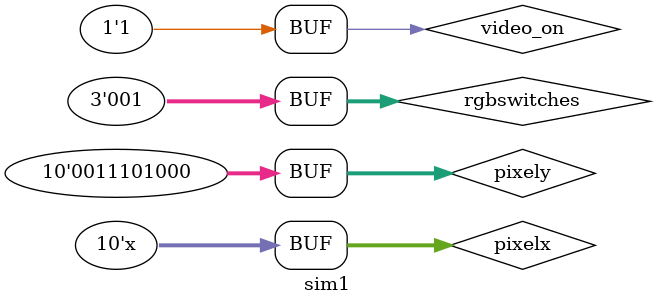
<source format=v>
`timescale 1ns / 1ps


module sim1 (
);
// Inputs
	reg video_on;
	reg [9:0] pixelx, pixely;
	reg [2:0] rgbswitches;
	// Outputs
	wire [2:0] rgbtext;
	// Instantiate the Unit Under Test (UUT)
	Generador_Letra prueba(
	    .video_on(video_on),
		.rgbswitches(rgbswitches),
		.pixelx(pixelx),
		.pixely(pixely),
		.rgbtext(rgbtext)  
		);
		
initial
	begin
		video_on=1;
		pixelx= 298;
		pixely=232;
		rgbswitches=1;
    end
	always
	begin 
        pixelx=pixelx+1;
	end
endmodule

</source>
